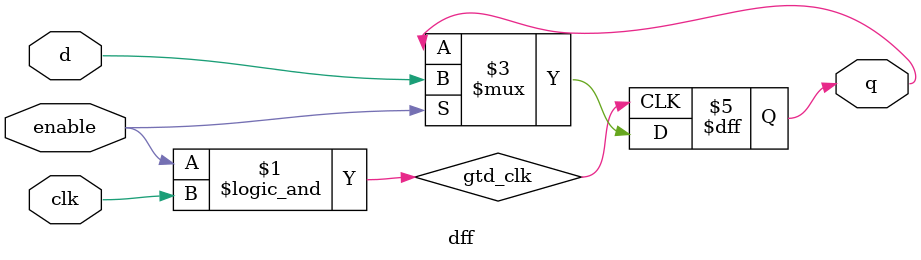
<source format=v>
module dff( q, d, clk, enable);
    input d, clk,enable;
    output reg q;
	 
	 wire gtd_clk = enable&&clk;
	 
	 always @(posedge gtd_clk)
		if (enable)
			q <= d;
			
endmodule

</source>
